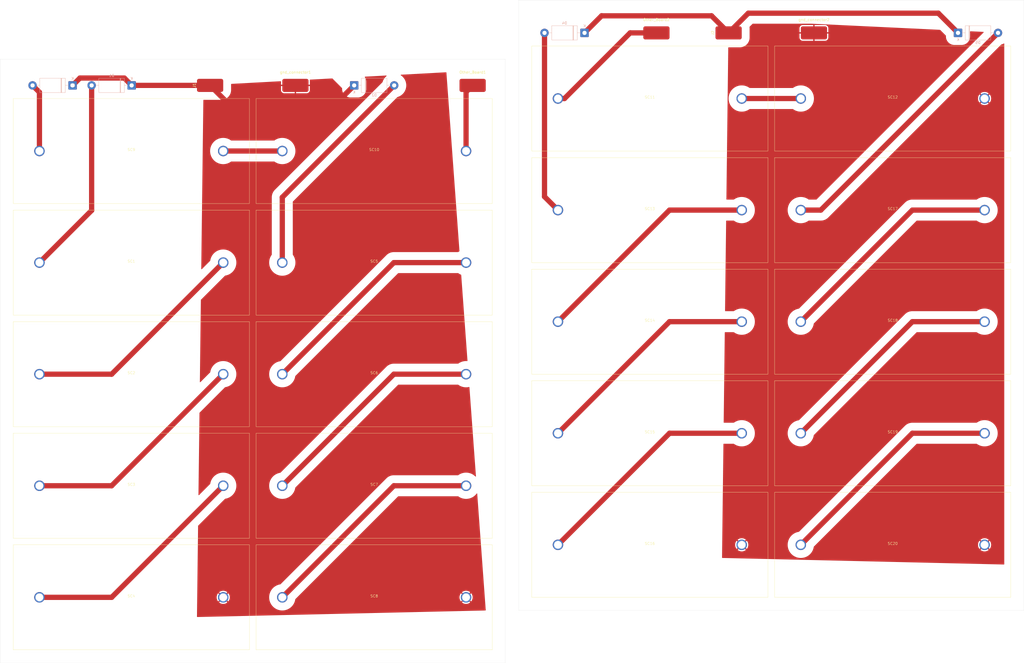
<source format=kicad_pcb>
(kicad_pcb (version 20241229) (generator "pcbnew") (generator_version "9.0")
  (layers (0 "F.Cu" signal) (2 "B.Cu" signal) (13 "F.Paste" user) (15 "B.Paste" user) (5 "F.SilkS" user "F.Silkscreen") (7 "B.SilkS" user "B.Silkscreen") (1 "F.Mask" user) (3 "B.Mask" user) (25 "Edge.Cuts" user))
  (net 0 "")
  (net 1 "Net-(D1-K)")
  (net 2 "Net-(D1-A)")
  (net 3 "Net-(D2-A)")
  (net 4 "Net-(D3-A)")
  (net 5 "Net-(D4-A)")
  (net 6 "Net-(D5-A)")
  (net 7 "Net-(SC1--)")
  (net 8 "Net-(SC2--)")
  (net 9 "Net-(SC3--)")
  (net 10 "Net-(SC5--)")
  (net 11 "Net-(SC6--)")
  (net 12 "Net-(SC7--)")
  (net 13 "Net-(SC10-+)")
  (net 14 "Net-(D4-K)")
  (net 15 "Net-(SC13--)")
  (net 16 "Net-(SC14--)")
  (net 17 "Net-(SC15--)")
  (net 18 "Net-(SC17--)")
  (net 19 "Net-(SC18--)")
  (net 20 "Net-(Other_Board1-Pin_1)")
  (net 21 "Net-(Other_Board2-Pin_1)")
  (net 22 "Net-(SC19--)")
  (net 23 "Net-(SC11--)")
  (net 24 "GND1")
  (net 25 "GND2")
  (footprint "solar_cells:XOLAR_SM401K08TF" (layer "F.Cu") (at 158.75 76.25)
    (property "Reference" "SC10" (at 0 -0.5 0) (layer "F.SilkS") (effects (font (thickness 0.1))))
    (property "Value" "Solar_Cell")
    (fp_rect (start -45 -20) (end 45 20) (stroke (width 0.1)) (fill no) (layer "F.SilkS"))
    (pad "1" thru_hole circle (at -35 0) (size 4 4) (drill 3) (layers "*.Cu" "*.Mask") (net 13 "Net-(SC10-+)"))
    (pad "2" thru_hole circle (at 35 0) (size 4 4) (drill 3) (layers "*.Cu" "*.Mask") (net 20 "Net-(Other_Board1-Pin_1)"))
  )
  (footprint "solar_cells:XOLAR_SM401K08TF" (layer "F.Cu") (at 356.25 226.25)
    (property "Reference" "SC20" (at 0 -0.5 0) (layer "F.SilkS") (effects (font (thickness 0.1))))
    (property "Value" "Solar_Cell")
    (fp_rect (start -45 -20) (end 45 20) (stroke (width 0.1)) (fill no) (layer "F.SilkS"))
    (pad "1" thru_hole circle (at -35 0) (size 4 4) (drill 3) (layers "*.Cu" "*.Mask") (net 22 "Net-(SC19--)"))
    (pad "2" thru_hole circle (at 35 0) (size 4 4) (drill 3) (layers "*.Cu" "*.Mask") (net 25 "GND2"))
  )
  (footprint "solar_cells:XOLAR_SM401K08TF" (layer "F.Cu") (at 158.75 203.75)
    (property "Reference" "SC7" (at 0 -0.5 0) (layer "F.SilkS") (effects (font (thickness 0.1))))
    (property "Value" "Solar_Cell")
    (fp_rect (start -45 -20) (end 45 20) (stroke (width 0.1)) (fill no) (layer "F.SilkS"))
    (pad "1" thru_hole circle (at -35 0) (size 4 4) (drill 3) (layers "*.Cu" "*.Mask") (net 11 "Net-(SC6--)"))
    (pad "2" thru_hole circle (at 35 0) (size 4 4) (drill 3) (layers "*.Cu" "*.Mask") (net 12 "Net-(SC7--)"))
  )
  (footprint "solar_cells:XOLAR_SM401K08TF" (layer "F.Cu") (at 356.25 98.75)
    (property "Reference" "SC17" (at 0 -0.5 0) (layer "F.SilkS") (effects (font (thickness 0.1))))
    (property "Value" "Solar_Cell")
    (fp_rect (start -45 -20) (end 45 20) (stroke (width 0.1)) (fill no) (layer "F.SilkS"))
    (pad "1" thru_hole circle (at -35 0) (size 4 4) (drill 3) (layers "*.Cu" "*.Mask") (net 6 "Net-(D5-A)"))
    (pad "2" thru_hole circle (at 35 0) (size 4 4) (drill 3) (layers "*.Cu" "*.Mask") (net 18 "Net-(SC17--)"))
  )
  (footprint "solar_cells:XOLAR_SM401K08TF" (layer "F.Cu") (at 66.25 118.75)
    (property "Reference" "SC1" (at 0 -0.5 0) (layer "F.SilkS") (effects (font (thickness 0.1))))
    (property "Value" "Solar_Cell")
    (fp_rect (start -45 -20) (end 45 20) (stroke (width 0.1)) (fill no) (layer "F.SilkS"))
    (pad "1" thru_hole circle (at -35 0) (size 4 4) (drill 3) (layers "*.Cu" "*.Mask") (net 2 "Net-(D1-A)"))
    (pad "2" thru_hole circle (at 35 0) (size 4 4) (drill 3) (layers "*.Cu" "*.Mask") (net 7 "Net-(SC1--)"))
  )
  (footprint "Connector_Wire:SolderWirePad_1x01_SMD_5x10mm" (layer "F.Cu") (at 196.25 51.25 90)
    (property "Reference" "Other_Board1" (at 5 0 180) (layer "F.SilkS"))
    (property "Value" "Conn_01x01_Pin")
    (pad "1" smd roundrect (at 0 0 90) (size 5 10) (layers "F.Cu" "B.Mask" "B.Paste") (roundrect_rratio 0.15) (net 20 "Net-(Other_Board1-Pin_1)"))
  )
  (footprint "solar_cells:XOLAR_SM401K08TF" (layer "F.Cu") (at 66.25 203.75)
    (property "Reference" "SC3" (at 0 -0.5 0) (layer "F.SilkS") (effects (font (thickness 0.1))))
    (property "Value" "Solar_Cell")
    (fp_rect (start -45 -20) (end 45 20) (stroke (width 0.1)) (fill no) (layer "F.SilkS"))
    (pad "1" thru_hole circle (at -35 0) (size 4 4) (drill 3) (layers "*.Cu" "*.Mask") (net 8 "Net-(SC2--)"))
    (pad "2" thru_hole circle (at 35 0) (size 4 4) (drill 3) (layers "*.Cu" "*.Mask") (net 9 "Net-(SC3--)"))
  )
  (footprint "solar_cells:XOLAR_SM401K08TF" (layer "F.Cu") (at 356.25 141.25)
    (property "Reference" "SC18" (at 0 -0.5 0) (layer "F.SilkS") (effects (font (thickness 0.1))))
    (property "Value" "Solar_Cell")
    (fp_rect (start -45 -20) (end 45 20) (stroke (width 0.1)) (fill no) (layer "F.SilkS"))
    (pad "1" thru_hole circle (at -35 0) (size 4 4) (drill 3) (layers "*.Cu" "*.Mask") (net 18 "Net-(SC17--)"))
    (pad "2" thru_hole circle (at 35 0) (size 4 4) (drill 3) (layers "*.Cu" "*.Mask") (net 19 "Net-(SC18--)"))
  )
  (footprint "Connector_Wire:SolderWirePad_1x01_SMD_5x10mm" (layer "F.Cu") (at 128.75 51.25 90)
    (property "Reference" "gnd_connector1" (at 5 0 180) (layer "F.SilkS"))
    (property "Value" "Conn_01x01_Pin")
    (pad "1" smd roundrect (at 0 0 90) (size 5 10) (layers "F.Cu" "B.Mask" "B.Paste") (roundrect_rratio 0.15) (net 24 "GND1"))
  )
  (footprint "solar_cells:XOLAR_SM401K08TF" (layer "F.Cu") (at 263.75 141.25)
    (property "Reference" "SC14" (at 0 -0.5 0) (layer "F.SilkS") (effects (font (thickness 0.1))))
    (property "Value" "Solar_Cell")
    (fp_rect (start -45 -20) (end 45 20) (stroke (width 0.1)) (fill no) (layer "F.SilkS"))
    (pad "1" thru_hole circle (at -35 0) (size 4 4) (drill 3) (layers "*.Cu" "*.Mask") (net 15 "Net-(SC13--)"))
    (pad "2" thru_hole circle (at 35 0) (size 4 4) (drill 3) (layers "*.Cu" "*.Mask") (net 16 "Net-(SC14--)"))
  )
  (footprint "Connector_Wire:SolderWirePad_1x01_SMD_5x10mm" (layer "F.Cu") (at 293.75 31.25 90)
    (property "Reference" "J2" (at 0 -6 90) (layer "F.SilkS"))
    (property "Value" "Conn_01x01_Pin")
    (pad "1" smd roundrect (at 0 0 90) (size 5 10) (layers "F.Cu" "B.Mask" "B.Paste") (roundrect_rratio 0.15) (net 14 "Net-(D4-K)"))
  )
  (footprint "solar_cells:XOLAR_SM401K08TF" (layer "F.Cu") (at 66.25 161.25)
    (property "Reference" "SC2" (at 0 -0.5 0) (layer "F.SilkS") (effects (font (thickness 0.1))))
    (property "Value" "Solar_Cell")
    (fp_rect (start -45 -20) (end 45 20) (stroke (width 0.1)) (fill no) (layer "F.SilkS"))
    (pad "1" thru_hole circle (at -35 0) (size 4 4) (drill 3) (layers "*.Cu" "*.Mask") (net 7 "Net-(SC1--)"))
    (pad "2" thru_hole circle (at 35 0) (size 4 4) (drill 3) (layers "*.Cu" "*.Mask") (net 8 "Net-(SC2--)"))
  )
  (footprint "solar_cells:XOLAR_SM401K08TF" (layer "F.Cu") (at 158.75 118.75)
    (property "Reference" "SC5" (at 0 -0.5 0) (layer "F.SilkS") (effects (font (thickness 0.1))))
    (property "Value" "Solar_Cell")
    (fp_rect (start -45 -20) (end 45 20) (stroke (width 0.1)) (fill no) (layer "F.SilkS"))
    (pad "1" thru_hole circle (at -35 0) (size 4 4) (drill 3) (layers "*.Cu" "*.Mask") (net 3 "Net-(D2-A)"))
    (pad "2" thru_hole circle (at 35 0) (size 4 4) (drill 3) (layers "*.Cu" "*.Mask") (net 10 "Net-(SC5--)"))
  )
  (footprint "solar_cells:XOLAR_SM401K08TF" (layer "F.Cu") (at 66.25 76.25)
    (property "Reference" "SC9" (at 0 -0.5 0) (layer "F.SilkS") (effects (font (thickness 0.1))))
    (property "Value" "Solar_Cell")
    (fp_rect (start -45 -20) (end 45 20) (stroke (width 0.1)) (fill no) (layer "F.SilkS"))
    (pad "1" thru_hole circle (at -35 0) (size 4 4) (drill 3) (layers "*.Cu" "*.Mask") (net 4 "Net-(D3-A)"))
    (pad "2" thru_hole circle (at 35 0) (size 4 4) (drill 3) (layers "*.Cu" "*.Mask") (net 13 "Net-(SC10-+)"))
  )
  (footprint "solar_cells:XOLAR_SM401K08TF" (layer "F.Cu") (at 66.25 246.25)
    (property "Reference" "SC4" (at 0 -0.5 0) (layer "F.SilkS") (effects (font (thickness 0.1))))
    (property "Value" "Solar_Cell")
    (fp_rect (start -45 -20) (end 45 20) (stroke (width 0.1)) (fill no) (layer "F.SilkS"))
    (pad "1" thru_hole circle (at -35 0) (size 4 4) (drill 3) (layers "*.Cu" "*.Mask") (net 9 "Net-(SC3--)"))
    (pad "2" thru_hole circle (at 35 0) (size 4 4) (drill 3) (layers "*.Cu" "*.Mask") (net 24 "GND1"))
  )
  (footprint "solar_cells:XOLAR_SM401K08TF" (layer "F.Cu") (at 263.75 226.25)
    (property "Reference" "SC16" (at 0 -0.5 0) (layer "F.SilkS") (effects (font (thickness 0.1))))
    (property "Value" "Solar_Cell")
    (fp_rect (start -45 -20) (end 45 20) (stroke (width 0.1)) (fill no) (layer "F.SilkS"))
    (pad "1" thru_hole circle (at -35 0) (size 4 4) (drill 3) (layers "*.Cu" "*.Mask") (net 17 "Net-(SC15--)"))
    (pad "2" thru_hole circle (at 35 0) (size 4 4) (drill 3) (layers "*.Cu" "*.Mask") (net 25 "GND2"))
  )
  (footprint "solar_cells:XOLAR_SM401K08TF" (layer "F.Cu") (at 356.25 56.25)
    (property "Reference" "SC12" (at 0 -0.5 0) (layer "F.SilkS") (effects (font (thickness 0.1))))
    (property "Value" "Solar_Cell")
    (fp_rect (start -45 -20) (end 45 20) (stroke (width 0.1)) (fill no) (layer "F.SilkS"))
    (pad "1" thru_hole circle (at -35 0) (size 4 4) (drill 3) (layers "*.Cu" "*.Mask") (net 23 "Net-(SC11--)"))
    (pad "2" thru_hole circle (at 35 0) (size 4 4) (drill 3) (layers "*.Cu" "*.Mask") (net 25 "GND2"))
  )
  (footprint "Connector_Wire:SolderWirePad_1x01_SMD_5x10mm" (layer "F.Cu") (at 266.25 31.25 90)
    (property "Reference" "Other_Board2" (at 5 0 180) (layer "F.SilkS"))
    (property "Value" "Conn_01x01_Pin")
    (pad "1" smd roundrect (at 0 0 90) (size 5 10) (layers "F.Cu" "B.Mask" "B.Paste") (roundrect_rratio 0.15) (net 21 "Net-(Other_Board2-Pin_1)"))
  )
  (footprint "solar_cells:XOLAR_SM401K08TF" (layer "F.Cu") (at 263.75 98.75)
    (property "Reference" "SC13" (at 0 -0.5 0) (layer "F.SilkS") (effects (font (thickness 0.1))))
    (property "Value" "Solar_Cell")
    (fp_rect (start -45 -20) (end 45 20) (stroke (width 0.1)) (fill no) (layer "F.SilkS"))
    (pad "1" thru_hole circle (at -35 0) (size 4 4) (drill 3) (layers "*.Cu" "*.Mask") (net 5 "Net-(D4-A)"))
    (pad "2" thru_hole circle (at 35 0) (size 4 4) (drill 3) (layers "*.Cu" "*.Mask") (net 15 "Net-(SC13--)"))
  )
  (footprint "solar_cells:XOLAR_SM401K08TF" (layer "F.Cu") (at 263.75 183.75)
    (property "Reference" "SC15" (at 0 -0.5 0) (layer "F.SilkS") (effects (font (thickness 0.1))))
    (property "Value" "Solar_Cell")
    (fp_rect (start -45 -20) (end 45 20) (stroke (width 0.1)) (fill no) (layer "F.SilkS"))
    (pad "1" thru_hole circle (at -35 0) (size 4 4) (drill 3) (layers "*.Cu" "*.Mask") (net 16 "Net-(SC14--)"))
    (pad "2" thru_hole circle (at 35 0) (size 4 4) (drill 3) (layers "*.Cu" "*.Mask") (net 17 "Net-(SC15--)"))
  )
  (footprint "solar_cells:XOLAR_SM401K08TF" (layer "F.Cu") (at 356.25 183.75)
    (property "Reference" "SC19" (at 0 -0.5 0) (layer "F.SilkS") (effects (font (thickness 0.1))))
    (property "Value" "Solar_Cell")
    (fp_rect (start -45 -20) (end 45 20) (stroke (width 0.1)) (fill no) (layer "F.SilkS"))
    (pad "1" thru_hole circle (at -35 0) (size 4 4) (drill 3) (layers "*.Cu" "*.Mask") (net 19 "Net-(SC18--)"))
    (pad "2" thru_hole circle (at 35 0) (size 4 4) (drill 3) (layers "*.Cu" "*.Mask") (net 22 "Net-(SC19--)"))
  )
  (footprint "solar_cells:XOLAR_SM401K08TF" (layer "F.Cu") (at 158.75 246.25)
    (property "Reference" "SC8" (at 0 -0.5 0) (layer "F.SilkS") (effects (font (thickness 0.1))))
    (property "Value" "Solar_Cell")
    (fp_rect (start -45 -20) (end 45 20) (stroke (width 0.1)) (fill no) (layer "F.SilkS"))
    (pad "1" thru_hole circle (at -35 0) (size 4 4) (drill 3) (layers "*.Cu" "*.Mask") (net 12 "Net-(SC7--)"))
    (pad "2" thru_hole circle (at 35 0) (size 4 4) (drill 3) (layers "*.Cu" "*.Mask") (net 24 "GND1"))
  )
  (footprint "solar_cells:XOLAR_SM401K08TF" (layer "F.Cu") (at 158.75 161.25)
    (property "Reference" "SC6" (at 0 -0.5 0) (layer "F.SilkS") (effects (font (thickness 0.1))))
    (property "Value" "Solar_Cell")
    (fp_rect (start -45 -20) (end 45 20) (stroke (width 0.1)) (fill no) (layer "F.SilkS"))
    (pad "1" thru_hole circle (at -35 0) (size 4 4) (drill 3) (layers "*.Cu" "*.Mask") (net 10 "Net-(SC5--)"))
    (pad "2" thru_hole circle (at 35 0) (size 4 4) (drill 3) (layers "*.Cu" "*.Mask") (net 11 "Net-(SC6--)"))
  )
  (footprint "Connector_Wire:SolderWirePad_1x01_SMD_5x10mm" (layer "F.Cu") (at 326.25 31.25 90)
    (property "Reference" "gnd_connector2" (at 5 0 180) (layer "F.SilkS"))
    (property "Value" "Conn_01x01_Pin")
    (pad "1" smd roundrect (at 0 0 90) (size 5 10) (layers "F.Cu" "B.Mask" "B.Paste") (roundrect_rratio 0.15) (net 25 "GND2"))
  )
  (footprint "Connector_Wire:SolderWirePad_1x01_SMD_5x10mm" (layer "F.Cu") (at 96.25 51.25 90)
    (property "Reference" "J1" (at 0 -6 90) (layer "F.SilkS"))
    (property "Value" "Conn_01x01_Pin")
    (pad "1" smd roundrect (at 0 0 90) (size 5 10) (layers "F.Cu" "B.Mask" "B.Paste") (roundrect_rratio 0.15) (net 1 "Net-(D1-K)"))
  )
  (footprint "solar_cells:XOLAR_SM401K08TF" (layer "F.Cu") (at 263.75 56.25)
    (property "Reference" "SC11" (at 0 -0.5 0) (layer "F.SilkS") (effects (font (thickness 0.1))))
    (property "Value" "Solar_Cell")
    (fp_rect (start -45 -20) (end 45 20) (stroke (width 0.1)) (fill no) (layer "F.SilkS"))
    (pad "1" thru_hole circle (at -35 0) (size 4 4) (drill 3) (layers "*.Cu" "*.Mask") (net 21 "Net-(Other_Board2-Pin_1)"))
    (pad "2" thru_hole circle (at 35 0) (size 4 4) (drill 3) (layers "*.Cu" "*.Mask") (net 23 "Net-(SC11--)"))
  )
  (footprint "Diode_THT:D_DO-201AD_P15.24mm_Horizontal" (layer "B.Cu") (at 43.87 51.25 180)
    (property "Reference" "D3" (at 0 0 0) (layer "B.SilkS") (effects (justify mirror)))
    (property "Value" "1N5400")
    (fp_line (start 13.4 0) (end 12.49 0) (stroke (width 0.12)) (layer "B.SilkS"))
    (fp_line (start 4.415 2.72) (end 4.415 -2.72) (stroke (width 0.12)) (layer "B.SilkS"))
    (fp_line (start 4.295 2.72) (end 4.295 -2.72) (stroke (width 0.12)) (layer "B.SilkS"))
    (fp_line (start 4.175 2.72) (end 4.175 -2.72) (stroke (width 0.12)) (layer "B.SilkS"))
    (fp_line (start 1.84 0) (end 2.75 0) (stroke (width 0.12)) (layer "B.SilkS"))
    (fp_rect (start 2.75 2.72) (end 12.49 -2.72) (stroke (width 0.12)) (fill no) (layer "B.SilkS"))
    (fp_text user "K" (at 0 2.6 0) (layer "B.SilkS") (effects (justify mirror)))
    (pad "1" thru_hole roundrect (at 0 0 180) (size 3.2 3.2) (drill 1.6) (layers "*.Cu" "*.Mask") (roundrect_rratio 0.078125) (net 1 "Net-(D1-K)"))
    (pad "2" thru_hole circle (at 15.24 0 180) (size 3.2 3.2) (drill 1.6) (layers "*.Cu" "*.Mask") (net 4 "Net-(D3-A)"))
  )
  (footprint "Diode_THT:D_DO-201AD_P15.24mm_Horizontal" (layer "B.Cu") (at 238.87 31.25 180)
    (property "Reference" "D4" (at 7.62 3.72 0) (layer "B.SilkS") (effects (justify mirror)))
    (property "Value" "1N5400")
    (fp_line (start 13.4 0) (end 12.49 0) (stroke (width 0.12)) (layer "B.SilkS"))
    (fp_line (start 4.415 2.72) (end 4.415 -2.72) (stroke (width 0.12)) (layer "B.SilkS"))
    (fp_line (start 4.295 2.72) (end 4.295 -2.72) (stroke (width 0.12)) (layer "B.SilkS"))
    (fp_line (start 4.175 2.72) (end 4.175 -2.72) (stroke (width 0.12)) (layer "B.SilkS"))
    (fp_line (start 1.84 0) (end 2.75 0) (stroke (width 0.12)) (layer "B.SilkS"))
    (fp_rect (start 2.75 2.72) (end 12.49 -2.72) (stroke (width 0.12)) (fill no) (layer "B.SilkS"))
    (fp_text user "K" (at 0 2.6 0) (layer "B.SilkS") (effects (justify mirror)))
    (pad "1" thru_hole roundrect (at 0 0 180) (size 3.2 3.2) (drill 1.6) (layers "*.Cu" "*.Mask") (roundrect_rratio 0.078125) (net 14 "Net-(D4-K)"))
    (pad "2" thru_hole circle (at 15.24 0 180) (size 3.2 3.2) (drill 1.6) (layers "*.Cu" "*.Mask") (net 5 "Net-(D4-A)"))
  )
  (footprint "Diode_THT:D_DO-201AD_P15.24mm_Horizontal" (layer "B.Cu") (at 151.13 51.25)
    (property "Reference" "D2" (at 7.62 3.72 0) (layer "B.SilkS") (effects (justify mirror)))
    (property "Value" "1N5400")
    (fp_line (start 1.84 0) (end 2.75 0) (stroke (width 0.12)) (layer "B.SilkS"))
    (fp_line (start 4.175 2.72) (end 4.175 -2.72) (stroke (width 0.12)) (layer "B.SilkS"))
    (fp_line (start 4.295 2.72) (end 4.295 -2.72) (stroke (width 0.12)) (layer "B.SilkS"))
    (fp_line (start 4.415 2.72) (end 4.415 -2.72) (stroke (width 0.12)) (layer "B.SilkS"))
    (fp_line (start 13.4 0) (end 12.49 0) (stroke (width 0.12)) (layer "B.SilkS"))
    (fp_rect (start 2.75 2.72) (end 12.49 -2.72) (stroke (width 0.12)) (fill no) (layer "B.SilkS"))
    (fp_text user "K" (at 0 2.6 0) (layer "B.SilkS") (effects (justify mirror)))
    (pad "1" thru_hole roundrect (at 0 0) (size 3.2 3.2) (drill 1.6) (layers "*.Cu" "*.Mask") (roundrect_rratio 0.078125) (net 1 "Net-(D1-K)"))
    (pad "2" thru_hole circle (at 15.24 0) (size 3.2 3.2) (drill 1.6) (layers "*.Cu" "*.Mask") (net 3 "Net-(D2-A)"))
  )
  (footprint "Diode_THT:D_DO-201AD_P15.24mm_Horizontal" (layer "B.Cu") (at 381.13 31.25)
    (property "Reference" "D5" (at 7.62 3.72 0) (layer "B.SilkS") (effects (justify mirror)))
    (property "Value" "1N5400")
    (fp_line (start 1.84 0) (end 2.75 0) (stroke (width 0.12)) (layer "B.SilkS"))
    (fp_line (start 4.175 2.72) (end 4.175 -2.72) (stroke (width 0.12)) (layer "B.SilkS"))
    (fp_line (start 4.295 2.72) (end 4.295 -2.72) (stroke (width 0.12)) (layer "B.SilkS"))
    (fp_line (start 4.415 2.72) (end 4.415 -2.72) (stroke (width 0.12)) (layer "B.SilkS"))
    (fp_line (start 13.4 0) (end 12.49 0) (stroke (width 0.12)) (layer "B.SilkS"))
    (fp_rect (start 2.75 2.72) (end 12.49 -2.72) (stroke (width 0.12)) (fill no) (layer "B.SilkS"))
    (fp_text user "K" (at 0 2.6 0) (layer "B.SilkS") (effects (justify mirror)))
    (pad "1" thru_hole roundrect (at 0 0) (size 3.2 3.2) (drill 1.6) (layers "*.Cu" "*.Mask") (roundrect_rratio 0.078125) (net 14 "Net-(D4-K)"))
    (pad "2" thru_hole circle (at 15.24 0) (size 3.2 3.2) (drill 1.6) (layers "*.Cu" "*.Mask") (net 6 "Net-(D5-A)"))
  )
  (footprint "Diode_THT:D_DO-201AD_P15.24mm_Horizontal" (layer "B.Cu") (at 66.37 51.25 180)
    (property "Reference" "D1" (at 7.62 3.72 0) (layer "B.SilkS") (effects (justify mirror)))
    (property "Value" "1N5400")
    (fp_line (start 13.4 0) (end 12.49 0) (stroke (width 0.12)) (layer "B.SilkS"))
    (fp_line (start 4.415 2.72) (end 4.415 -2.72) (stroke (width 0.12)) (layer "B.SilkS"))
    (fp_line (start 4.295 2.72) (end 4.295 -2.72) (stroke (width 0.12)) (layer "B.SilkS"))
    (fp_line (start 4.175 2.72) (end 4.175 -2.72) (stroke (width 0.12)) (layer "B.SilkS"))
    (fp_line (start 1.84 0) (end 2.75 0) (stroke (width 0.12)) (layer "B.SilkS"))
    (fp_rect (start 2.75 2.72) (end 12.49 -2.72) (stroke (width 0.12)) (fill no) (layer "B.SilkS"))
    (fp_text user "K" (at 0 2.6 0) (layer "B.SilkS") (effects (justify mirror)))
    (pad "1" thru_hole roundrect (at 0 0 180) (size 3.2 3.2) (drill 1.6) (layers "*.Cu" "*.Mask") (roundrect_rratio 0.078125) (net 1 "Net-(D1-K)"))
    (pad "2" thru_hole circle (at 15.24 0 180) (size 3.2 3.2) (drill 1.6) (layers "*.Cu" "*.Mask") (net 2 "Net-(D1-A)"))
  )
  (gr_rect (start 16.25 41.25) (end 208.75 271.25) (stroke (width 0.05)) (fill no) (layer "Edge.Cuts"))
  (gr_rect (start 213.75 18.75) (end 406.25 251.25) (stroke (width 0.05)) (fill no) (layer "Edge.Cuts"))
  (segment (start 151.13 51.25) (end 139.88 62.5) (width 2) (layer "F.Cu") (net 1))
  (segment (start 107.5 62.5) (end 96.25 51.25) (width 2) (layer "F.Cu") (net 1))
  (segment (start 43.87 51.25) (end 46.671 48.449) (width 2) (layer "F.Cu") (net 1))
  (segment (start 96.25 51.25) (end 66.37 51.25) (width 2) (layer "F.Cu") (net 1))
  (segment (start 46.671 48.449) (end 63.569 48.449) (width 2) (layer "F.Cu") (net 1))
  (segment (start 63.569 48.449) (end 66.37 51.25) (width 2) (layer "F.Cu") (net 1))
  (segment (start 139.88 62.5) (end 107.5 62.5) (width 2) (layer "F.Cu") (net 1))
  (segment (start 51.13 51.25) (end 51.13 98.87) (width 2) (layer "F.Cu") (net 2))
  (segment (start 51.13 98.87) (end 31.25 118.75) (width 2) (layer "F.Cu") (net 2))
  (segment (start 123.75 93.87) (end 123.75 118.75) (width 2) (layer "F.Cu") (net 3))
  (segment (start 166.37 51.25) (end 123.75 93.87) (width 2) (layer "F.Cu") (net 3))
  (segment (start 28.63 51.25) (end 31.25 53.87) (width 2) (layer "F.Cu") (net 4))
  (segment (start 31.25 53.87) (end 31.25 76.25) (width 2) (layer "F.Cu") (net 4))
  (segment (start 223.63 93.63) (end 228.75 98.75) (width 2) (layer "F.Cu") (net 5))
  (segment (start 223.63 31.25) (end 223.63 93.63) (width 2) (layer "F.Cu") (net 5))
  (segment (start 328.87 98.75) (end 321.25 98.75) (width 2) (layer "F.Cu") (net 6))
  (segment (start 396.37 31.25) (end 328.87 98.75) (width 2) (layer "F.Cu") (net 6))
  (segment (start 58.75 161.25) (end 31.25 161.25) (width 2) (layer "F.Cu") (net 7))
  (segment (start 101.25 118.75) (end 58.75 161.25) (width 2) (layer "F.Cu") (net 7))
  (segment (start 101.25 161.25) (end 58.75 203.75) (width 2) (layer "F.Cu") (net 8))
  (segment (start 58.75 203.75) (end 31.25 203.75) (width 2) (layer "F.Cu") (net 8))
  (segment (start 58.75 246.25) (end 31.25 246.25) (width 2) (layer "F.Cu") (net 9))
  (segment (start 101.25 203.75) (end 58.75 246.25) (width 2) (layer "F.Cu") (net 9))
  (segment (start 166.25 118.75) (end 123.75 161.25) (width 2) (layer "F.Cu") (net 10))
  (segment (start 193.75 118.75) (end 166.25 118.75) (width 2) (layer "F.Cu") (net 10))
  (segment (start 166.25 161.25) (end 123.75 203.75) (width 2) (layer "F.Cu") (net 11))
  (segment (start 193.75 161.25) (end 166.25 161.25) (width 2) (layer "F.Cu") (net 11))
  (segment (start 166.25 203.75) (end 123.75 246.25) (width 2) (layer "F.Cu") (net 12))
  (segment (start 193.75 203.75) (end 166.25 203.75) (width 2) (layer "F.Cu") (net 12))
  (segment (start 101.25 76.25) (end 123.75 76.25) (width 2) (layer "F.Cu") (net 13))
  (segment (start 373.63 23.75) (end 301.25 23.75) (width 2) (layer "F.Cu") (net 14))
  (segment (start 245.371 24.749) (end 287.249 24.749) (width 2) (layer "F.Cu") (net 14))
  (segment (start 287.249 24.749) (end 293.75 31.25) (width 2) (layer "F.Cu") (net 14))
  (segment (start 238.87 31.25) (end 245.371 24.749) (width 2) (layer "F.Cu") (net 14))
  (segment (start 301.25 23.75) (end 293.75 31.25) (width 2) (layer "F.Cu") (net 14))
  (segment (start 381.13 31.25) (end 373.63 23.75) (width 2) (layer "F.Cu") (net 14))
  (segment (start 271.25 98.75) (end 298.75 98.75) (width 2) (layer "F.Cu") (net 15))
  (segment (start 228.75 141.25) (end 271.25 98.75) (width 2) (layer "F.Cu") (net 15))
  (segment (start 228.75 183.75) (end 271.25 141.25) (width 2) (layer "F.Cu") (net 16))
  (segment (start 271.25 141.25) (end 298.75 141.25) (width 2) (layer "F.Cu") (net 16))
  (segment (start 298.75 183.75) (end 271.25 183.75) (width 2) (layer "F.Cu") (net 17))
  (segment (start 271.25 183.75) (end 228.75 226.25) (width 2) (layer "F.Cu") (net 17))
  (segment (start 363.75 98.75) (end 321.25 141.25) (width 2) (layer "F.Cu") (net 18))
  (segment (start 391.25 98.75) (end 363.75 98.75) (width 2) (layer "F.Cu") (net 18))
  (segment (start 363.75 141.25) (end 321.25 183.75) (width 2) (layer "F.Cu") (net 19))
  (segment (start 391.25 141.25) (end 363.75 141.25) (width 2) (layer "F.Cu") (net 19))
  (segment (start 193.75 53.75) (end 196.25 51.25) (width 2) (layer "F.Cu") (net 20))
  (segment (start 193.75 76.25) (end 193.75 53.75) (width 2) (layer "F.Cu") (net 20))
  (segment (start 231.25 56.25) (end 256.25 31.25) (width 2) (layer "F.Cu") (net 21))
  (segment (start 228.75 56.25) (end 231.25 56.25) (width 2) (layer "F.Cu") (net 21))
  (segment (start 256.25 31.25) (end 266.25 31.25) (width 2) (layer "F.Cu") (net 21))
  (segment (start 391.25 183.75) (end 363.75 183.75) (width 2) (layer "F.Cu") (net 22))
  (segment (start 363.75 183.75) (end 321.25 226.25) (width 2) (layer "F.Cu") (net 22))
  (segment (start 298.75 56.25) (end 321.25 56.25) (width 2) (layer "F.Cu") (net 23))
  (zone (net 25) (net_name "GND2") (layer "F.Cu") (priority 1) (connect_pads (clearance 0.5)) (min_thickness 0.25) (fill yes (thermal_gap 0.5) (thermal_bridge_width 0.5))
    (polygon (pts (xy 293.75 26.25) (xy 398.75 31.25) (xy 398.75 233.75) (xy 291.25 231.25)))
  )
  (zone (net 24) (net_name "GND1") (layer "F.Cu") (connect_pads (clearance 0.5)) (min_thickness 0.25) (fill yes (thermal_gap 0.5) (thermal_bridge_width 0.5))
    (polygon (pts (xy 93.75 51.25) (xy 91.25 253.75) (xy 201.25 251.25) (xy 186.25 46.25)))
  )
)
</source>
